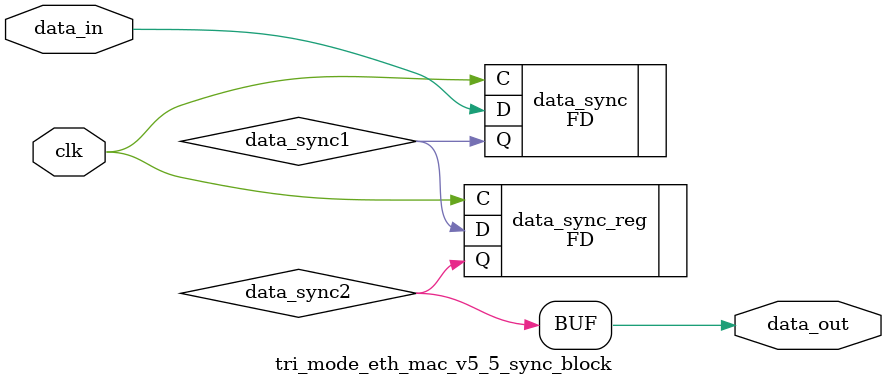
<source format=v>

`timescale 1ps / 1ps

module tri_mode_eth_mac_v5_5_sync_block #(
  parameter INITIALISE = 2'b00
)
(
  input        clk,              // clock to be sync'ed to
  input        data_in,          // Data to be 'synced'
  output       data_out          // synced data
);

  // Internal Signals
  wire data_sync1;
  wire data_sync2;


  (* ASYNC_REG = "TRUE", RLOC = "X0Y0",  SHREG_EXTRACT = "NO" *)
  FD #(
    .INIT (INITIALISE[0])
  ) data_sync (
    .C  (clk),
    .D  (data_in),
    .Q  (data_sync1)
  );


  (* ASYNC_REG = "TRUE", RLOC = "X0Y0",  SHREG_EXTRACT = "NO" *)
  FD #(
   .INIT (INITIALISE[1])
  ) data_sync_reg (
  .C  (clk),
  .D  (data_sync1),
  .Q  (data_sync2)
  );


  assign data_out = data_sync2;


endmodule



</source>
